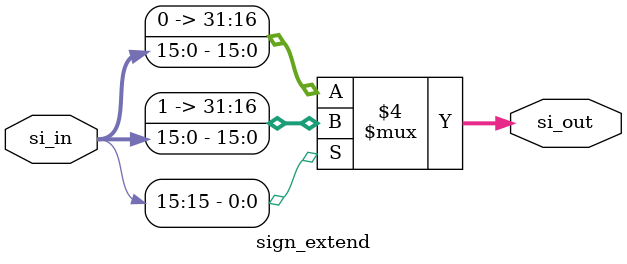
<source format=v>
`timescale 1ns / 1ps
module sign_extend(
	input [15:0]si_in,
	output reg [31:0]si_out
);
always @ (*)
begin
	if(si_in[15] == 1'b0)
	begin
		si_out = {16'b0, si_in};
	end
	else
	begin
		si_out = {16'hffff, si_in};
	end
end

endmodule

</source>
